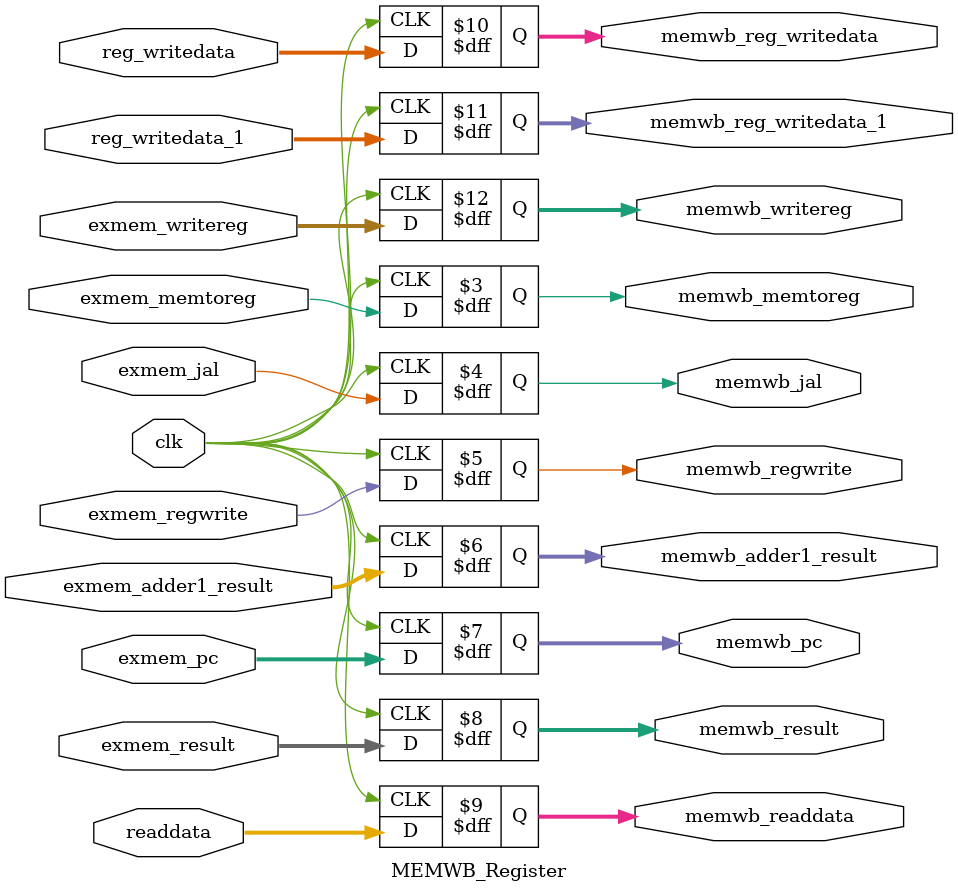
<source format=v>
`timescale 1ns / 1ps


module MEMWB_Register(clk,exmem_memtoreg,exmem_jal,exmem_regwrite,exmem_adder1_result,exmem_pc,exmem_result,readdata,exmem_writereg,reg_writedata,reg_writedata_1,
memwb_memtoreg,memwb_jal,memwb_regwrite,memwb_adder1_result,memwb_pc,memwb_result,memwb_readdata,memwb_writereg,memwb_reg_writedata,memwb_reg_writedata_1);
    input clk,exmem_memtoreg,exmem_jal,exmem_regwrite;
    input [31:0] exmem_adder1_result,exmem_pc,exmem_result,readdata,reg_writedata,reg_writedata_1;
    input [4:0] exmem_writereg;
    output reg memwb_memtoreg,memwb_jal,memwb_regwrite;
    output reg [31:0] memwb_adder1_result,memwb_pc,memwb_result,memwb_readdata,memwb_reg_writedata,memwb_reg_writedata_1;
    output reg [4:0] memwb_writereg;
    initial {memwb_memtoreg,memwb_jal,memwb_regwrite,memwb_adder1_result,memwb_pc,memwb_result,memwb_readdata,memwb_writereg,memwb_reg_writedata,memwb_reg_writedata_1}=0;
    always @ (posedge clk)
        {memwb_memtoreg,memwb_jal,memwb_regwrite,memwb_adder1_result,memwb_pc,memwb_result,memwb_readdata,memwb_writereg,memwb_reg_writedata,memwb_reg_writedata_1}=
        {exmem_memtoreg,exmem_jal,exmem_regwrite,exmem_adder1_result,exmem_pc,exmem_result,readdata,exmem_writereg,reg_writedata,reg_writedata_1};
endmodule

</source>
